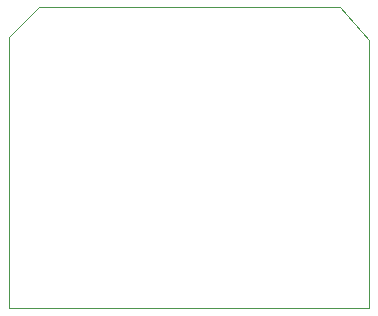
<source format=gbr>
%TF.GenerationSoftware,KiCad,Pcbnew,6.0.1*%
%TF.CreationDate,2022-02-08T14:42:45-06:00*%
%TF.ProjectId,SENSOR_SUITE,53454e53-4f52-45f5-9355-4954452e6b69,rev?*%
%TF.SameCoordinates,Original*%
%TF.FileFunction,Profile,NP*%
%FSLAX46Y46*%
G04 Gerber Fmt 4.6, Leading zero omitted, Abs format (unit mm)*
G04 Created by KiCad (PCBNEW 6.0.1) date 2022-02-08 14:42:45*
%MOMM*%
%LPD*%
G01*
G04 APERTURE LIST*
%TA.AperFunction,Profile*%
%ADD10C,0.010000*%
%TD*%
G04 APERTURE END LIST*
D10*
X164000000Y-75250000D02*
X164000000Y-98000000D01*
X164000000Y-98000000D02*
X133500000Y-98000000D01*
X133500000Y-98000000D02*
X133500000Y-75000000D01*
X133500000Y-75000000D02*
X136000000Y-72500000D01*
X136000000Y-72500000D02*
X161500000Y-72500000D01*
X161500000Y-72500000D02*
X164000000Y-75250000D01*
M02*

</source>
